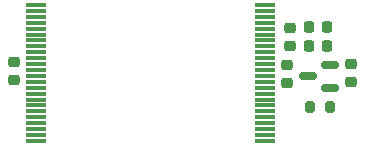
<source format=gbr>
%TF.GenerationSoftware,KiCad,Pcbnew,(6.0.8)*%
%TF.CreationDate,2022-10-18T11:45:21-07:00*%
%TF.ProjectId,ovrdrive,6f767264-7269-4766-952e-6b696361645f,rev?*%
%TF.SameCoordinates,Original*%
%TF.FileFunction,Paste,Bot*%
%TF.FilePolarity,Positive*%
%FSLAX46Y46*%
G04 Gerber Fmt 4.6, Leading zero omitted, Abs format (unit mm)*
G04 Created by KiCad (PCBNEW (6.0.8)) date 2022-10-18 11:45:21*
%MOMM*%
%LPD*%
G01*
G04 APERTURE LIST*
G04 Aperture macros list*
%AMRoundRect*
0 Rectangle with rounded corners*
0 $1 Rounding radius*
0 $2 $3 $4 $5 $6 $7 $8 $9 X,Y pos of 4 corners*
0 Add a 4 corners polygon primitive as box body*
4,1,4,$2,$3,$4,$5,$6,$7,$8,$9,$2,$3,0*
0 Add four circle primitives for the rounded corners*
1,1,$1+$1,$2,$3*
1,1,$1+$1,$4,$5*
1,1,$1+$1,$6,$7*
1,1,$1+$1,$8,$9*
0 Add four rect primitives between the rounded corners*
20,1,$1+$1,$2,$3,$4,$5,0*
20,1,$1+$1,$4,$5,$6,$7,0*
20,1,$1+$1,$6,$7,$8,$9,0*
20,1,$1+$1,$8,$9,$2,$3,0*%
G04 Aperture macros list end*
%ADD10RoundRect,0.218750X-0.218750X-0.256250X0.218750X-0.256250X0.218750X0.256250X-0.218750X0.256250X0*%
%ADD11RoundRect,0.150000X0.587500X0.150000X-0.587500X0.150000X-0.587500X-0.150000X0.587500X-0.150000X0*%
%ADD12RoundRect,0.225000X-0.250000X0.225000X-0.250000X-0.225000X0.250000X-0.225000X0.250000X0.225000X0*%
%ADD13RoundRect,0.200000X-0.200000X-0.275000X0.200000X-0.275000X0.200000X0.275000X-0.200000X0.275000X0*%
%ADD14RoundRect,0.011200X0.768800X0.128800X-0.768800X0.128800X-0.768800X-0.128800X0.768800X-0.128800X0*%
%ADD15RoundRect,0.218750X0.218750X0.256250X-0.218750X0.256250X-0.218750X-0.256250X0.218750X-0.256250X0*%
G04 APERTURE END LIST*
D10*
%TO.C,D2*%
X138812500Y-100300000D03*
X140387500Y-100300000D03*
%TD*%
D11*
%TO.C,Q1*%
X140637500Y-103550000D03*
X140637500Y-105450000D03*
X138762500Y-104500000D03*
%TD*%
D12*
%TO.C,C2*%
X113900000Y-103275000D03*
X113900000Y-104825000D03*
%TD*%
%TO.C,C1*%
X136950000Y-103525000D03*
X136950000Y-105075000D03*
%TD*%
D13*
%TO.C,R11*%
X138975000Y-107050000D03*
X140625000Y-107050000D03*
%TD*%
D12*
%TO.C,C3*%
X137250000Y-100375000D03*
X137250000Y-101925000D03*
%TD*%
D14*
%TO.C,U2*%
X115767500Y-98450000D03*
X115767500Y-98950000D03*
X115767500Y-99450000D03*
X115767500Y-99950000D03*
X115767500Y-100450000D03*
X115767500Y-100950000D03*
X115767500Y-101450000D03*
X115767500Y-101950000D03*
X115767500Y-102450000D03*
X115767500Y-102950000D03*
X115767500Y-103450000D03*
X115767500Y-103950000D03*
X115767500Y-104450000D03*
X115767500Y-104950000D03*
X115767500Y-105450000D03*
X115767500Y-105950000D03*
X115767500Y-106450000D03*
X115767500Y-106950000D03*
X115767500Y-107450000D03*
X115767500Y-107950000D03*
X115767500Y-108450000D03*
X115767500Y-108950000D03*
X115767500Y-109450000D03*
X115767500Y-109950000D03*
X135127500Y-109950000D03*
X135127500Y-109450000D03*
X135127500Y-108950000D03*
X135127500Y-108450000D03*
X135127500Y-107950000D03*
X135127500Y-107450000D03*
X135127500Y-106950000D03*
X135127500Y-106450000D03*
X135127500Y-105950000D03*
X135127500Y-105450000D03*
X135127500Y-104950000D03*
X135127500Y-104450000D03*
X135127500Y-103950000D03*
X135127500Y-103450000D03*
X135127500Y-102950000D03*
X135127500Y-102450000D03*
X135127500Y-101950000D03*
X135127500Y-101450000D03*
X135127500Y-100950000D03*
X135127500Y-100450000D03*
X135127500Y-99950000D03*
X135127500Y-99450000D03*
X135127500Y-98950000D03*
X135127500Y-98450000D03*
%TD*%
D12*
%TO.C,C14*%
X142400000Y-103425000D03*
X142400000Y-104975000D03*
%TD*%
D15*
%TO.C,D3*%
X140387500Y-101900000D03*
X138812500Y-101900000D03*
%TD*%
M02*

</source>
